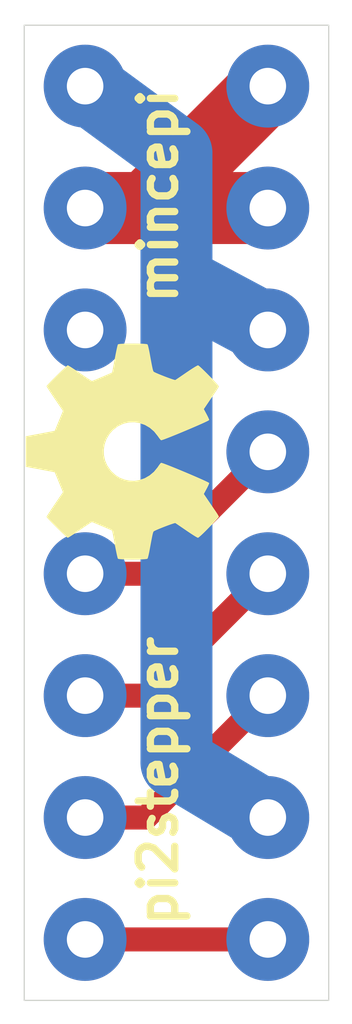
<source format=kicad_pcb>
(kicad_pcb (version 4) (host pcbnew 4.0.5+dfsg1-4)

  (general
    (links 0)
    (no_connects 0)
    (area 138.417299 85.331299 144.792701 105.676701)
    (thickness 1.6)
    (drawings 6)
    (tracks 15)
    (zones 0)
    (modules 5)
    (nets 1)
  )

  (page A4)
  (layers
    (0 F.Cu signal)
    (31 B.Cu signal)
    (32 B.Adhes user hide)
    (33 F.Adhes user hide)
    (34 B.Paste user hide)
    (35 F.Paste user hide)
    (36 B.SilkS user)
    (37 F.SilkS user)
    (38 B.Mask user hide)
    (39 F.Mask user)
    (40 Dwgs.User user hide)
    (41 Cmts.User user hide)
    (42 Eco1.User user hide)
    (43 Eco2.User user hide)
    (44 Edge.Cuts user)
    (45 Margin user hide)
    (46 B.CrtYd user)
    (47 F.CrtYd user hide)
    (48 B.Fab user hide)
    (49 F.Fab user hide)
  )

  (setup
    (last_trace_width 0.25)
    (user_trace_width 0.5)
    (user_trace_width 1)
    (user_trace_width 1.5)
    (user_trace_width 2)
    (trace_clearance 0.2)
    (zone_clearance 0.508)
    (zone_45_only no)
    (trace_min 0.2)
    (segment_width 0.2)
    (edge_width 0.15)
    (via_size 0.6)
    (via_drill 0.4)
    (via_min_size 0.4)
    (via_min_drill 0.3)
    (uvia_size 0.3)
    (uvia_drill 0.1)
    (uvias_allowed no)
    (uvia_min_size 0.2)
    (uvia_min_drill 0.1)
    (pcb_text_width 0.3)
    (pcb_text_size 1.5 1.5)
    (mod_edge_width 0.15)
    (mod_text_size 1 1)
    (mod_text_width 0.15)
    (pad_size 1.7272 1.7272)
    (pad_drill 0.762)
    (pad_to_mask_clearance 0.0508)
    (aux_axis_origin 0 0)
    (visible_elements 7FFFF3E1)
    (pcbplotparams
      (layerselection 0x00030_80000001)
      (usegerberextensions false)
      (excludeedgelayer true)
      (linewidth 0.150000)
      (plotframeref false)
      (viasonmask false)
      (mode 1)
      (useauxorigin false)
      (hpglpennumber 1)
      (hpglpenspeed 20)
      (hpglpendiameter 15)
      (hpglpenoverlay 2)
      (psnegative false)
      (psa4output false)
      (plotreference true)
      (plotvalue true)
      (plotinvisibletext false)
      (padsonsilk false)
      (subtractmaskfromsilk false)
      (outputformat 1)
      (mirror false)
      (drillshape 1)
      (scaleselection 1)
      (outputdirectory ""))
  )

  (net 0 "")

  (net_class Default "This is the default net class."
    (clearance 0.2)
    (trace_width 0.25)
    (via_dia 0.6)
    (via_drill 0.4)
    (uvia_dia 0.3)
    (uvia_drill 0.1)
  )

  (module Pin_Headers:Pin_Header_Straight_1x01 (layer B.Cu) (tedit 5CCE16B1) (tstamp 5CB14AEA)
    (at 139.7 91.694 90)
    (descr "Through hole pin header")
    (tags "pin header")
    (fp_text reference "" (at 0 5.1 90) (layer B.SilkS) hide
      (effects (font (size 1 1) (thickness 0.15)) (justify mirror))
    )
    (fp_text value "" (at 0 3.1 90) (layer B.Fab) hide
      (effects (font (size 1 1) (thickness 0.15)) (justify mirror))
    )
    (fp_line (start -1.75 1.75) (end -1.75 -1.75) (layer B.CrtYd) (width 0.05))
    (fp_line (start 1.75 1.75) (end 1.75 -1.75) (layer B.CrtYd) (width 0.05))
    (fp_line (start -1.75 1.75) (end 1.75 1.75) (layer B.CrtYd) (width 0.05))
    (fp_line (start -1.75 -1.75) (end 1.75 -1.75) (layer B.CrtYd) (width 0.05))
    (pad 1 thru_hole circle (at 0 0 90) (size 1.7272 1.7272) (drill 0.762) (layers *.Cu *.Mask))
    (model Pin_Headers.3dshapes/Pin_Header_Straight_1x01.wrl
      (at (xyz 0 0 0))
      (scale (xyz 1 1 1))
      (rotate (xyz 0 0 90))
    )
  )

  (module Pin_Headers:Pin_Header_Straight_1x02 (layer B.Cu) (tedit 5CCE1654) (tstamp 5CB093E9)
    (at 139.7 89.154)
    (descr "Through hole pin header")
    (tags "pin header")
    (fp_text reference "" (at 0 5.1) (layer B.SilkS) hide
      (effects (font (size 1 1) (thickness 0.15)) (justify mirror))
    )
    (fp_text value "" (at 0 3.1) (layer B.Fab) hide
      (effects (font (size 1 1) (thickness 0.15)) (justify mirror))
    )
    (fp_line (start -1.75 1.75) (end -1.75 -4.3) (layer B.CrtYd) (width 0.05))
    (fp_line (start 1.75 1.75) (end 1.75 -4.3) (layer B.CrtYd) (width 0.05))
    (fp_line (start -1.75 1.75) (end 1.75 1.75) (layer B.CrtYd) (width 0.05))
    (fp_line (start -1.75 -4.3) (end 1.75 -4.3) (layer B.CrtYd) (width 0.05))
    (pad 1 thru_hole circle (at 0 0) (size 1.7272 1.7272) (drill 0.762) (layers *.Cu *.Mask))
    (pad 2 thru_hole circle (at 0 -2.54) (size 1.7272 1.7272) (drill 0.762) (layers *.Cu *.Mask))
  )

  (module Pin_Headers:Pin_Header_Straight_1x04 (layer B.Cu) (tedit 5CCE16EA) (tstamp 5CB093C6)
    (at 139.7 104.394)
    (descr "Through hole pin header")
    (tags "pin header")
    (fp_text reference "" (at 0 5.1) (layer B.SilkS) hide
      (effects (font (size 1 1) (thickness 0.15)) (justify mirror))
    )
    (fp_text value "" (at 0 3.1) (layer B.Fab) hide
      (effects (font (size 1 1) (thickness 0.15)) (justify mirror))
    )
    (fp_line (start -1.75 1.75) (end -1.75 -9.4) (layer B.CrtYd) (width 0.05))
    (fp_line (start 1.75 1.75) (end 1.75 -9.4) (layer B.CrtYd) (width 0.05))
    (fp_line (start -1.75 1.75) (end 1.75 1.75) (layer B.CrtYd) (width 0.05))
    (fp_line (start -1.75 -9.4) (end 1.75 -9.4) (layer B.CrtYd) (width 0.05))
    (pad 1 thru_hole circle (at 0 0) (size 1.7272 1.7272) (drill 0.762) (layers *.Cu *.Mask))
    (pad 2 thru_hole circle (at 0 -2.54) (size 1.7272 1.7272) (drill 0.762) (layers *.Cu *.Mask))
    (pad 3 thru_hole circle (at 0 -5.08) (size 1.7272 1.7272) (drill 0.762) (layers *.Cu *.Mask))
    (pad 4 thru_hole circle (at 0 -7.62) (size 1.7272 1.7272) (drill 0.762) (layers *.Cu *.Mask))
    (model Pin_Headers.3dshapes/Pin_Header_Straight_1x04.wrl
      (at (xyz 0 -0.15 0))
      (scale (xyz 1 1 1))
      (rotate (xyz 0 0 90))
    )
  )

  (module Socket_Strips:Socket_Strip_Straight_1x08 (layer F.Cu) (tedit 5CCE1600) (tstamp 5CADC050)
    (at 143.51 104.394 90)
    (descr "Through hole socket strip")
    (tags "socket strip")
    (fp_text reference "" (at 6.5 -33.6 90) (layer F.SilkS) hide
      (effects (font (size 1 1) (thickness 0.15)))
    )
    (fp_text value "" (at 4.9 -23.8 90) (layer F.Fab) hide
      (effects (font (size 1 1) (thickness 0.15)))
    )
    (fp_line (start -1.75 -1.75) (end -1.75 1.75) (layer F.CrtYd) (width 0.05))
    (fp_line (start 19.55 -1.75) (end 19.55 1.75) (layer F.CrtYd) (width 0.05))
    (fp_line (start -1.75 -1.75) (end 19.55 -1.75) (layer F.CrtYd) (width 0.05))
    (fp_line (start -1.75 1.75) (end 19.55 1.75) (layer F.CrtYd) (width 0.05))
    (pad 1 thru_hole circle (at 0 0 90) (size 1.7272 1.7272) (drill 0.762) (layers *.Cu *.Mask))
    (pad 2 thru_hole circle (at 2.54 0 90) (size 1.7272 1.7272) (drill 0.762) (layers *.Cu *.Mask))
    (pad 3 thru_hole circle (at 5.08 0 90) (size 1.7272 1.7272) (drill 0.762) (layers *.Cu *.Mask))
    (pad 4 thru_hole circle (at 7.62 0 90) (size 1.7272 1.7272) (drill 0.762) (layers *.Cu *.Mask))
    (pad 5 thru_hole circle (at 10.16 0 90) (size 1.7272 1.7272) (drill 0.762) (layers *.Cu *.Mask))
    (pad 6 thru_hole circle (at 12.7 0 90) (size 1.7272 1.7272) (drill 0.762) (layers *.Cu *.Mask))
    (pad 7 thru_hole circle (at 15.24 0 90) (size 1.7272 1.7272) (drill 0.762) (layers *.Cu *.Mask))
    (pad 8 thru_hole circle (at 17.78 0 90) (size 1.7272 1.7272) (drill 0.762) (layers *.Cu *.Mask))
    (model Socket_Strips.3dshapes/Socket_Strip_Straight_1x08.wrl
      (at (xyz 0.35 0 0))
      (scale (xyz 1 1 1))
      (rotate (xyz 0 0 180))
    )
  )

  (module Symbol:OSHW-Logo_5.7x6mm_SilkScreen_no_text (layer F.Cu) (tedit 5CCE15DD) (tstamp 5CBA2E14)
    (at 141.478 94.234 90)
    (descr "Open Source Hardware Logo")
    (tags "Logo OSHW")
    (attr virtual)
    (fp_text reference "" (at 0 0 90) (layer F.SilkS) hide
      (effects (font (size 1 1) (thickness 0.15)))
    )
    (fp_text value "" (at 0.75 0 90) (layer F.Fab) hide
      (effects (font (size 1 1) (thickness 0.15)))
    )
    (fp_poly (pts (xy 0.376964 -2.709982) (xy 0.433812 -2.40843) (xy 0.853338 -2.235488) (xy 1.104984 -2.406605)
      (xy 1.175458 -2.45425) (xy 1.239163 -2.49679) (xy 1.293126 -2.532285) (xy 1.334373 -2.55879)
      (xy 1.359934 -2.574364) (xy 1.366895 -2.577722) (xy 1.379435 -2.569086) (xy 1.406231 -2.545208)
      (xy 1.44428 -2.509141) (xy 1.490579 -2.463933) (xy 1.542123 -2.412636) (xy 1.595909 -2.358299)
      (xy 1.648935 -2.303972) (xy 1.698195 -2.252705) (xy 1.740687 -2.207549) (xy 1.773407 -2.171554)
      (xy 1.793351 -2.14777) (xy 1.798119 -2.13981) (xy 1.791257 -2.125135) (xy 1.77202 -2.092986)
      (xy 1.74243 -2.046508) (xy 1.70451 -1.988844) (xy 1.660282 -1.92314) (xy 1.634654 -1.885664)
      (xy 1.587941 -1.817232) (xy 1.546432 -1.75548) (xy 1.51214 -1.703481) (xy 1.48708 -1.664308)
      (xy 1.473264 -1.641035) (xy 1.471188 -1.636145) (xy 1.475895 -1.622245) (xy 1.488723 -1.58985)
      (xy 1.507738 -1.543515) (xy 1.531003 -1.487794) (xy 1.556584 -1.427242) (xy 1.582545 -1.366414)
      (xy 1.60695 -1.309864) (xy 1.627863 -1.262148) (xy 1.643349 -1.227819) (xy 1.651472 -1.211432)
      (xy 1.651952 -1.210788) (xy 1.664707 -1.207659) (xy 1.698677 -1.200679) (xy 1.75034 -1.190533)
      (xy 1.816176 -1.177908) (xy 1.892664 -1.163491) (xy 1.93729 -1.155177) (xy 2.019021 -1.139616)
      (xy 2.092843 -1.124808) (xy 2.155021 -1.111564) (xy 2.201822 -1.100695) (xy 2.229509 -1.093011)
      (xy 2.235074 -1.090573) (xy 2.240526 -1.07407) (xy 2.244924 -1.0368) (xy 2.248272 -0.98312)
      (xy 2.250574 -0.917388) (xy 2.251832 -0.843963) (xy 2.252048 -0.767204) (xy 2.251227 -0.691468)
      (xy 2.249371 -0.621114) (xy 2.246482 -0.5605) (xy 2.242565 -0.513984) (xy 2.237622 -0.485925)
      (xy 2.234657 -0.480084) (xy 2.216934 -0.473083) (xy 2.179381 -0.463073) (xy 2.126964 -0.451231)
      (xy 2.064652 -0.438733) (xy 2.0429 -0.43469) (xy 1.938024 -0.41548) (xy 1.85518 -0.400009)
      (xy 1.79163 -0.387663) (xy 1.744637 -0.377827) (xy 1.711463 -0.369886) (xy 1.689371 -0.363224)
      (xy 1.675624 -0.357227) (xy 1.667484 -0.351281) (xy 1.666345 -0.350106) (xy 1.654977 -0.331174)
      (xy 1.637635 -0.294331) (xy 1.61605 -0.244087) (xy 1.591954 -0.184954) (xy 1.567079 -0.121444)
      (xy 1.543157 -0.058068) (xy 1.521919 0.000662) (xy 1.505097 0.050235) (xy 1.494422 0.086139)
      (xy 1.491627 0.103862) (xy 1.49186 0.104483) (xy 1.501331 0.11897) (xy 1.522818 0.150844)
      (xy 1.554063 0.196789) (xy 1.592807 0.253485) (xy 1.636793 0.317617) (xy 1.649319 0.335842)
      (xy 1.693984 0.401914) (xy 1.733288 0.4622) (xy 1.765088 0.513235) (xy 1.787245 0.55156)
      (xy 1.797617 0.573711) (xy 1.798119 0.576432) (xy 1.789405 0.590736) (xy 1.765325 0.619072)
      (xy 1.728976 0.658396) (xy 1.683453 0.705661) (xy 1.631852 0.757823) (xy 1.577267 0.811835)
      (xy 1.522794 0.864653) (xy 1.471529 0.913231) (xy 1.426567 0.954523) (xy 1.391004 0.985485)
      (xy 1.367935 1.00307) (xy 1.361554 1.005941) (xy 1.346699 0.999178) (xy 1.316286 0.980939)
      (xy 1.275268 0.954297) (xy 1.243709 0.932852) (xy 1.186525 0.893503) (xy 1.118806 0.847171)
      (xy 1.05088 0.800913) (xy 1.014361 0.776155) (xy 0.890752 0.692547) (xy 0.786991 0.74865)
      (xy 0.73972 0.773228) (xy 0.699523 0.792331) (xy 0.672326 0.803227) (xy 0.665402 0.804743)
      (xy 0.657077 0.793549) (xy 0.640654 0.761917) (xy 0.617357 0.712765) (xy 0.588414 0.64901)
      (xy 0.55505 0.573571) (xy 0.518491 0.489364) (xy 0.479964 0.399308) (xy 0.440694 0.306321)
      (xy 0.401908 0.21332) (xy 0.36483 0.123223) (xy 0.330689 0.038948) (xy 0.300708 -0.036587)
      (xy 0.276116 -0.100466) (xy 0.258136 -0.149769) (xy 0.247997 -0.181579) (xy 0.246366 -0.192504)
      (xy 0.259291 -0.206439) (xy 0.287589 -0.22906) (xy 0.325346 -0.255667) (xy 0.328515 -0.257772)
      (xy 0.4261 -0.335886) (xy 0.504786 -0.427018) (xy 0.563891 -0.528255) (xy 0.602732 -0.636682)
      (xy 0.620628 -0.749386) (xy 0.616897 -0.863452) (xy 0.590857 -0.975966) (xy 0.541825 -1.084015)
      (xy 0.5274 -1.107655) (xy 0.452369 -1.203113) (xy 0.36373 -1.279768) (xy 0.264549 -1.33722)
      (xy 0.157895 -1.375071) (xy 0.046836 -1.392922) (xy -0.065561 -1.390375) (xy -0.176227 -1.36703)
      (xy -0.282094 -1.32249) (xy -0.380095 -1.256355) (xy -0.41041 -1.229513) (xy -0.487562 -1.145488)
      (xy -0.543782 -1.057034) (xy -0.582347 -0.957885) (xy -0.603826 -0.859697) (xy -0.609128 -0.749303)
      (xy -0.591448 -0.63836) (xy -0.552581 -0.530619) (xy -0.494323 -0.429831) (xy -0.418469 -0.339744)
      (xy -0.326817 -0.264108) (xy -0.314772 -0.256136) (xy -0.276611 -0.230026) (xy -0.247601 -0.207405)
      (xy -0.233732 -0.192961) (xy -0.233531 -0.192504) (xy -0.236508 -0.176879) (xy -0.248311 -0.141418)
      (xy -0.267714 -0.089038) (xy -0.293488 -0.022655) (xy -0.324409 0.054814) (xy -0.359249 0.14045)
      (xy -0.396783 0.231337) (xy -0.435783 0.324559) (xy -0.475023 0.417197) (xy -0.513276 0.506335)
      (xy -0.549317 0.589055) (xy -0.581917 0.662441) (xy -0.609852 0.723575) (xy -0.631895 0.769541)
      (xy -0.646818 0.797421) (xy -0.652828 0.804743) (xy -0.671191 0.799041) (xy -0.705552 0.783749)
      (xy -0.749984 0.761599) (xy -0.774417 0.74865) (xy -0.878178 0.692547) (xy -1.001787 0.776155)
      (xy -1.064886 0.818987) (xy -1.13397 0.866122) (xy -1.198707 0.910503) (xy -1.231134 0.932852)
      (xy -1.276741 0.963477) (xy -1.31536 0.987747) (xy -1.341952 1.002587) (xy -1.35059 1.005724)
      (xy -1.363161 0.997261) (xy -1.390984 0.973636) (xy -1.431361 0.937302) (xy -1.481595 0.890711)
      (xy -1.538988 0.836317) (xy -1.575286 0.801392) (xy -1.63879 0.738996) (xy -1.693673 0.683188)
      (xy -1.737714 0.636354) (xy -1.768695 0.600882) (xy -1.784398 0.579161) (xy -1.785905 0.574752)
      (xy -1.778914 0.557985) (xy -1.759594 0.524082) (xy -1.730091 0.476476) (xy -1.692545 0.418599)
      (xy -1.6491 0.353884) (xy -1.636745 0.335842) (xy -1.591727 0.270267) (xy -1.55134 0.211228)
      (xy -1.51784 0.162042) (xy -1.493486 0.126028) (xy -1.480536 0.106502) (xy -1.479285 0.104483)
      (xy -1.481156 0.088922) (xy -1.491087 0.054709) (xy -1.507347 0.006355) (xy -1.528205 -0.051629)
      (xy -1.551927 -0.11473) (xy -1.576784 -0.178437) (xy -1.601042 -0.238239) (xy -1.622971 -0.289624)
      (xy -1.640838 -0.328081) (xy -1.652913 -0.349098) (xy -1.653771 -0.350106) (xy -1.661154 -0.356112)
      (xy -1.673625 -0.362052) (xy -1.69392 -0.36854) (xy -1.724778 -0.376191) (xy -1.768934 -0.38562)
      (xy -1.829126 -0.397441) (xy -1.908093 -0.412271) (xy -2.00857 -0.430723) (xy -2.030325 -0.43469)
      (xy -2.094802 -0.447147) (xy -2.151011 -0.459334) (xy -2.193987 -0.470074) (xy -2.21876 -0.478191)
      (xy -2.222082 -0.480084) (xy -2.227556 -0.496862) (xy -2.232006 -0.534355) (xy -2.235428 -0.588206)
      (xy -2.237819 -0.654056) (xy -2.239177 -0.727547) (xy -2.239499 -0.80432) (xy -2.238781 -0.880017)
      (xy -2.237021 -0.95028) (xy -2.234216 -1.01075) (xy -2.230362 -1.05707) (xy -2.225457 -1.084881)
      (xy -2.2225 -1.090573) (xy -2.206037 -1.096314) (xy -2.168551 -1.105655) (xy -2.113775 -1.117785)
      (xy -2.045445 -1.131893) (xy -1.967294 -1.14717) (xy -1.924716 -1.155177) (xy -1.843929 -1.170279)
      (xy -1.771887 -1.18396) (xy -1.712111 -1.195533) (xy -1.668121 -1.204313) (xy -1.643439 -1.209613)
      (xy -1.639377 -1.210788) (xy -1.632511 -1.224035) (xy -1.617998 -1.255943) (xy -1.597771 -1.301953)
      (xy -1.573766 -1.357508) (xy -1.547918 -1.418047) (xy -1.52216 -1.479014) (xy -1.498427 -1.535849)
      (xy -1.478654 -1.583994) (xy -1.464776 -1.61889) (xy -1.458726 -1.635979) (xy -1.458614 -1.636726)
      (xy -1.465472 -1.650207) (xy -1.484698 -1.68123) (xy -1.514272 -1.726711) (xy -1.552173 -1.783568)
      (xy -1.59638 -1.848717) (xy -1.622079 -1.886138) (xy -1.668907 -1.954753) (xy -1.710499 -2.017048)
      (xy -1.744825 -2.069871) (xy -1.769857 -2.110073) (xy -1.783565 -2.1345) (xy -1.785544 -2.139976)
      (xy -1.777034 -2.152722) (xy -1.753507 -2.179937) (xy -1.717968 -2.218572) (xy -1.673423 -2.265577)
      (xy -1.622877 -2.317905) (xy -1.569336 -2.372505) (xy -1.515805 -2.42633) (xy -1.465289 -2.47633)
      (xy -1.420794 -2.519457) (xy -1.385325 -2.552661) (xy -1.361887 -2.572894) (xy -1.354046 -2.577722)
      (xy -1.34128 -2.570933) (xy -1.310744 -2.551858) (xy -1.26541 -2.522439) (xy -1.208244 -2.484619)
      (xy -1.142216 -2.440339) (xy -1.09241 -2.406605) (xy -0.840764 -2.235488) (xy -0.631001 -2.321959)
      (xy -0.421237 -2.40843) (xy -0.364389 -2.709982) (xy -0.30754 -3.011534) (xy 0.320115 -3.011534)
      (xy 0.376964 -2.709982)) (layer F.SilkS) (width 0.01))
  )

  (gr_text mincepi (at 141.224 88.9 90) (layer F.SilkS)
    (effects (font (size 0.762 0.762) (thickness 0.1524)))
  )
  (gr_text pi2stepper (at 141.224 101.092 90) (layer F.SilkS)
    (effects (font (size 0.762 0.762) (thickness 0.1524)))
  )
  (gr_line (start 138.43 105.664) (end 138.43 85.344) (angle 90) (layer Edge.Cuts) (width 0.0254))
  (gr_line (start 144.78 105.664) (end 138.43 105.664) (angle 90) (layer Edge.Cuts) (width 0.0254))
  (gr_line (start 144.78 85.344) (end 144.78 105.664) (angle 90) (layer Edge.Cuts) (width 0.0254))
  (gr_line (start 138.43 85.344) (end 144.78 85.344) (angle 90) (layer Edge.Cuts) (width 0.0254))

  (segment (start 143.51 91.694) (end 141.605 90.678) (width 1.5) (layer B.Cu) (net 0))
  (segment (start 139.7 86.614) (end 141.605 88.011) (width 1.5) (layer B.Cu) (net 0))
  (segment (start 141.605 88.011) (end 141.605 90.678) (width 1.5) (layer B.Cu) (net 0) (tstamp 5CB0952B))
  (segment (start 141.605 90.678) (end 141.605 100.711) (width 1.5) (layer B.Cu) (net 0) (tstamp 5CB09531))
  (segment (start 141.605 100.711) (end 143.51 101.854) (width 1.5) (layer B.Cu) (net 0) (tstamp 5CB0952C))
  (segment (start 139.7 89.154) (end 140.97 89.154) (width 1.5) (layer F.Cu) (net 0))
  (segment (start 140.97 89.154) (end 143.51 86.614) (width 1.5) (layer F.Cu) (net 0) (tstamp 5CB09526))
  (segment (start 139.7 89.154) (end 143.51 89.154) (width 1.5) (layer F.Cu) (net 0))
  (segment (start 139.7 96.774) (end 140.97 96.774) (width 0.5) (layer F.Cu) (net 0))
  (segment (start 140.97 96.774) (end 143.51 94.234) (width 0.5) (layer F.Cu) (net 0) (tstamp 5CB0951F))
  (segment (start 139.7 99.314) (end 140.97 99.314) (width 0.5) (layer F.Cu) (net 0))
  (segment (start 140.97 99.314) (end 143.51 96.774) (width 0.5) (layer F.Cu) (net 0) (tstamp 5CB0951C))
  (segment (start 139.7 101.854) (end 140.97 101.854) (width 0.5) (layer F.Cu) (net 0))
  (segment (start 140.97 101.854) (end 143.51 99.314) (width 0.5) (layer F.Cu) (net 0) (tstamp 5CB09519))
  (segment (start 139.7 104.394) (end 143.51 104.394) (width 0.5) (layer F.Cu) (net 0))

)

</source>
